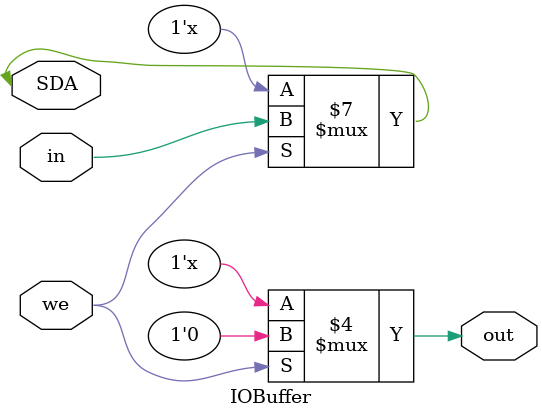
<source format=sv>
module IOBuffer (input in, input we, output out, inout SDA);
always_comb begin
    if(we == 1'b1) begin
        SDA <= in;
        out <= 1'b0;
    end else begin
        SDA <=1'bz;
        out <= SDA;
    end
end

endmodule
</source>
